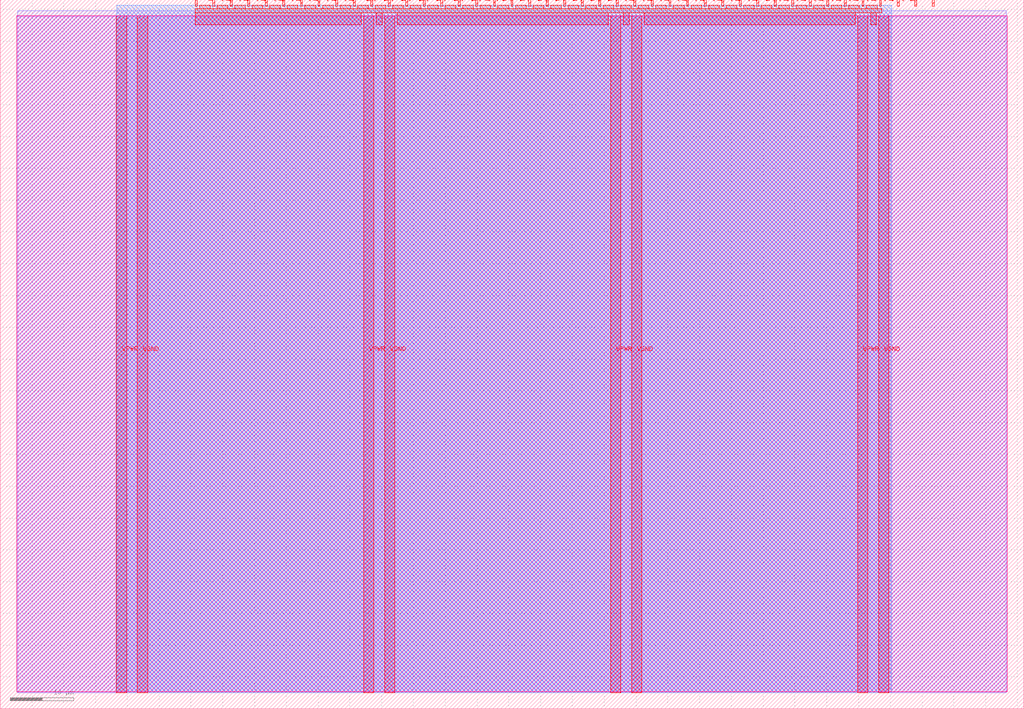
<source format=lef>
VERSION 5.7 ;
  NOWIREEXTENSIONATPIN ON ;
  DIVIDERCHAR "/" ;
  BUSBITCHARS "[]" ;
MACRO tt_um_wokwi_414120569974735873
  CLASS BLOCK ;
  FOREIGN tt_um_wokwi_414120569974735873 ;
  ORIGIN 0.000 0.000 ;
  SIZE 161.000 BY 111.520 ;
  PIN VGND
    DIRECTION INOUT ;
    USE GROUND ;
    PORT
      LAYER met4 ;
        RECT 21.580 2.480 23.180 109.040 ;
    END
    PORT
      LAYER met4 ;
        RECT 60.450 2.480 62.050 109.040 ;
    END
    PORT
      LAYER met4 ;
        RECT 99.320 2.480 100.920 109.040 ;
    END
    PORT
      LAYER met4 ;
        RECT 138.190 2.480 139.790 109.040 ;
    END
  END VGND
  PIN VPWR
    DIRECTION INOUT ;
    USE POWER ;
    PORT
      LAYER met4 ;
        RECT 18.280 2.480 19.880 109.040 ;
    END
    PORT
      LAYER met4 ;
        RECT 57.150 2.480 58.750 109.040 ;
    END
    PORT
      LAYER met4 ;
        RECT 96.020 2.480 97.620 109.040 ;
    END
    PORT
      LAYER met4 ;
        RECT 134.890 2.480 136.490 109.040 ;
    END
  END VPWR
  PIN clk
    DIRECTION INPUT ;
    USE SIGNAL ;
    PORT
      LAYER met4 ;
        RECT 143.830 110.520 144.130 111.520 ;
    END
  END clk
  PIN ena
    DIRECTION INPUT ;
    USE SIGNAL ;
    PORT
      LAYER met4 ;
        RECT 146.590 110.520 146.890 111.520 ;
    END
  END ena
  PIN rst_n
    DIRECTION INPUT ;
    USE SIGNAL ;
    PORT
      LAYER met4 ;
        RECT 141.070 110.520 141.370 111.520 ;
    END
  END rst_n
  PIN ui_in[0]
    DIRECTION INPUT ;
    USE SIGNAL ;
    ANTENNAGATEAREA 0.196500 ;
    PORT
      LAYER met4 ;
        RECT 138.310 110.520 138.610 111.520 ;
    END
  END ui_in[0]
  PIN ui_in[1]
    DIRECTION INPUT ;
    USE SIGNAL ;
    ANTENNAGATEAREA 0.196500 ;
    PORT
      LAYER met4 ;
        RECT 135.550 110.520 135.850 111.520 ;
    END
  END ui_in[1]
  PIN ui_in[2]
    DIRECTION INPUT ;
    USE SIGNAL ;
    ANTENNAGATEAREA 0.196500 ;
    PORT
      LAYER met4 ;
        RECT 132.790 110.520 133.090 111.520 ;
    END
  END ui_in[2]
  PIN ui_in[3]
    DIRECTION INPUT ;
    USE SIGNAL ;
    ANTENNAGATEAREA 0.159000 ;
    PORT
      LAYER met4 ;
        RECT 130.030 110.520 130.330 111.520 ;
    END
  END ui_in[3]
  PIN ui_in[4]
    DIRECTION INPUT ;
    USE SIGNAL ;
    ANTENNAGATEAREA 0.159000 ;
    PORT
      LAYER met4 ;
        RECT 127.270 110.520 127.570 111.520 ;
    END
  END ui_in[4]
  PIN ui_in[5]
    DIRECTION INPUT ;
    USE SIGNAL ;
    ANTENNAGATEAREA 0.159000 ;
    PORT
      LAYER met4 ;
        RECT 124.510 110.520 124.810 111.520 ;
    END
  END ui_in[5]
  PIN ui_in[6]
    DIRECTION INPUT ;
    USE SIGNAL ;
    ANTENNAGATEAREA 0.159000 ;
    PORT
      LAYER met4 ;
        RECT 121.750 110.520 122.050 111.520 ;
    END
  END ui_in[6]
  PIN ui_in[7]
    DIRECTION INPUT ;
    USE SIGNAL ;
    ANTENNAGATEAREA 0.159000 ;
    PORT
      LAYER met4 ;
        RECT 118.990 110.520 119.290 111.520 ;
    END
  END ui_in[7]
  PIN uio_in[0]
    DIRECTION INPUT ;
    USE SIGNAL ;
    PORT
      LAYER met4 ;
        RECT 116.230 110.520 116.530 111.520 ;
    END
  END uio_in[0]
  PIN uio_in[1]
    DIRECTION INPUT ;
    USE SIGNAL ;
    PORT
      LAYER met4 ;
        RECT 113.470 110.520 113.770 111.520 ;
    END
  END uio_in[1]
  PIN uio_in[2]
    DIRECTION INPUT ;
    USE SIGNAL ;
    PORT
      LAYER met4 ;
        RECT 110.710 110.520 111.010 111.520 ;
    END
  END uio_in[2]
  PIN uio_in[3]
    DIRECTION INPUT ;
    USE SIGNAL ;
    PORT
      LAYER met4 ;
        RECT 107.950 110.520 108.250 111.520 ;
    END
  END uio_in[3]
  PIN uio_in[4]
    DIRECTION INPUT ;
    USE SIGNAL ;
    PORT
      LAYER met4 ;
        RECT 105.190 110.520 105.490 111.520 ;
    END
  END uio_in[4]
  PIN uio_in[5]
    DIRECTION INPUT ;
    USE SIGNAL ;
    PORT
      LAYER met4 ;
        RECT 102.430 110.520 102.730 111.520 ;
    END
  END uio_in[5]
  PIN uio_in[6]
    DIRECTION INPUT ;
    USE SIGNAL ;
    PORT
      LAYER met4 ;
        RECT 99.670 110.520 99.970 111.520 ;
    END
  END uio_in[6]
  PIN uio_in[7]
    DIRECTION INPUT ;
    USE SIGNAL ;
    PORT
      LAYER met4 ;
        RECT 96.910 110.520 97.210 111.520 ;
    END
  END uio_in[7]
  PIN uio_oe[0]
    DIRECTION OUTPUT ;
    USE SIGNAL ;
    PORT
      LAYER met4 ;
        RECT 49.990 110.520 50.290 111.520 ;
    END
  END uio_oe[0]
  PIN uio_oe[1]
    DIRECTION OUTPUT ;
    USE SIGNAL ;
    PORT
      LAYER met4 ;
        RECT 47.230 110.520 47.530 111.520 ;
    END
  END uio_oe[1]
  PIN uio_oe[2]
    DIRECTION OUTPUT ;
    USE SIGNAL ;
    PORT
      LAYER met4 ;
        RECT 44.470 110.520 44.770 111.520 ;
    END
  END uio_oe[2]
  PIN uio_oe[3]
    DIRECTION OUTPUT ;
    USE SIGNAL ;
    PORT
      LAYER met4 ;
        RECT 41.710 110.520 42.010 111.520 ;
    END
  END uio_oe[3]
  PIN uio_oe[4]
    DIRECTION OUTPUT ;
    USE SIGNAL ;
    PORT
      LAYER met4 ;
        RECT 38.950 110.520 39.250 111.520 ;
    END
  END uio_oe[4]
  PIN uio_oe[5]
    DIRECTION OUTPUT ;
    USE SIGNAL ;
    PORT
      LAYER met4 ;
        RECT 36.190 110.520 36.490 111.520 ;
    END
  END uio_oe[5]
  PIN uio_oe[6]
    DIRECTION OUTPUT ;
    USE SIGNAL ;
    PORT
      LAYER met4 ;
        RECT 33.430 110.520 33.730 111.520 ;
    END
  END uio_oe[6]
  PIN uio_oe[7]
    DIRECTION OUTPUT ;
    USE SIGNAL ;
    PORT
      LAYER met4 ;
        RECT 30.670 110.520 30.970 111.520 ;
    END
  END uio_oe[7]
  PIN uio_out[0]
    DIRECTION OUTPUT ;
    USE SIGNAL ;
    PORT
      LAYER met4 ;
        RECT 72.070 110.520 72.370 111.520 ;
    END
  END uio_out[0]
  PIN uio_out[1]
    DIRECTION OUTPUT ;
    USE SIGNAL ;
    PORT
      LAYER met4 ;
        RECT 69.310 110.520 69.610 111.520 ;
    END
  END uio_out[1]
  PIN uio_out[2]
    DIRECTION OUTPUT ;
    USE SIGNAL ;
    PORT
      LAYER met4 ;
        RECT 66.550 110.520 66.850 111.520 ;
    END
  END uio_out[2]
  PIN uio_out[3]
    DIRECTION OUTPUT ;
    USE SIGNAL ;
    PORT
      LAYER met4 ;
        RECT 63.790 110.520 64.090 111.520 ;
    END
  END uio_out[3]
  PIN uio_out[4]
    DIRECTION OUTPUT ;
    USE SIGNAL ;
    PORT
      LAYER met4 ;
        RECT 61.030 110.520 61.330 111.520 ;
    END
  END uio_out[4]
  PIN uio_out[5]
    DIRECTION OUTPUT ;
    USE SIGNAL ;
    PORT
      LAYER met4 ;
        RECT 58.270 110.520 58.570 111.520 ;
    END
  END uio_out[5]
  PIN uio_out[6]
    DIRECTION OUTPUT ;
    USE SIGNAL ;
    PORT
      LAYER met4 ;
        RECT 55.510 110.520 55.810 111.520 ;
    END
  END uio_out[6]
  PIN uio_out[7]
    DIRECTION OUTPUT ;
    USE SIGNAL ;
    PORT
      LAYER met4 ;
        RECT 52.750 110.520 53.050 111.520 ;
    END
  END uio_out[7]
  PIN uo_out[0]
    DIRECTION OUTPUT ;
    USE SIGNAL ;
    ANTENNADIFFAREA 0.795200 ;
    PORT
      LAYER met4 ;
        RECT 94.150 110.520 94.450 111.520 ;
    END
  END uo_out[0]
  PIN uo_out[1]
    DIRECTION OUTPUT ;
    USE SIGNAL ;
    ANTENNADIFFAREA 0.795200 ;
    PORT
      LAYER met4 ;
        RECT 91.390 110.520 91.690 111.520 ;
    END
  END uo_out[1]
  PIN uo_out[2]
    DIRECTION OUTPUT ;
    USE SIGNAL ;
    PORT
      LAYER met4 ;
        RECT 88.630 110.520 88.930 111.520 ;
    END
  END uo_out[2]
  PIN uo_out[3]
    DIRECTION OUTPUT ;
    USE SIGNAL ;
    ANTENNADIFFAREA 0.445500 ;
    PORT
      LAYER met4 ;
        RECT 85.870 110.520 86.170 111.520 ;
    END
  END uo_out[3]
  PIN uo_out[4]
    DIRECTION OUTPUT ;
    USE SIGNAL ;
    ANTENNADIFFAREA 0.445500 ;
    PORT
      LAYER met4 ;
        RECT 83.110 110.520 83.410 111.520 ;
    END
  END uo_out[4]
  PIN uo_out[5]
    DIRECTION OUTPUT ;
    USE SIGNAL ;
    ANTENNADIFFAREA 0.445500 ;
    PORT
      LAYER met4 ;
        RECT 80.350 110.520 80.650 111.520 ;
    END
  END uo_out[5]
  PIN uo_out[6]
    DIRECTION OUTPUT ;
    USE SIGNAL ;
    ANTENNADIFFAREA 0.445500 ;
    PORT
      LAYER met4 ;
        RECT 77.590 110.520 77.890 111.520 ;
    END
  END uo_out[6]
  PIN uo_out[7]
    DIRECTION OUTPUT ;
    USE SIGNAL ;
    ANTENNADIFFAREA 0.445500 ;
    PORT
      LAYER met4 ;
        RECT 74.830 110.520 75.130 111.520 ;
    END
  END uo_out[7]
  OBS
      LAYER nwell ;
        RECT 2.570 2.635 158.430 108.990 ;
      LAYER li1 ;
        RECT 2.760 2.635 158.240 108.885 ;
      LAYER met1 ;
        RECT 2.760 2.480 158.240 109.780 ;
      LAYER met2 ;
        RECT 18.310 2.535 140.210 110.685 ;
      LAYER met3 ;
        RECT 18.290 2.555 140.235 110.665 ;
      LAYER met4 ;
        RECT 31.370 110.120 33.030 110.665 ;
        RECT 34.130 110.120 35.790 110.665 ;
        RECT 36.890 110.120 38.550 110.665 ;
        RECT 39.650 110.120 41.310 110.665 ;
        RECT 42.410 110.120 44.070 110.665 ;
        RECT 45.170 110.120 46.830 110.665 ;
        RECT 47.930 110.120 49.590 110.665 ;
        RECT 50.690 110.120 52.350 110.665 ;
        RECT 53.450 110.120 55.110 110.665 ;
        RECT 56.210 110.120 57.870 110.665 ;
        RECT 58.970 110.120 60.630 110.665 ;
        RECT 61.730 110.120 63.390 110.665 ;
        RECT 64.490 110.120 66.150 110.665 ;
        RECT 67.250 110.120 68.910 110.665 ;
        RECT 70.010 110.120 71.670 110.665 ;
        RECT 72.770 110.120 74.430 110.665 ;
        RECT 75.530 110.120 77.190 110.665 ;
        RECT 78.290 110.120 79.950 110.665 ;
        RECT 81.050 110.120 82.710 110.665 ;
        RECT 83.810 110.120 85.470 110.665 ;
        RECT 86.570 110.120 88.230 110.665 ;
        RECT 89.330 110.120 90.990 110.665 ;
        RECT 92.090 110.120 93.750 110.665 ;
        RECT 94.850 110.120 96.510 110.665 ;
        RECT 97.610 110.120 99.270 110.665 ;
        RECT 100.370 110.120 102.030 110.665 ;
        RECT 103.130 110.120 104.790 110.665 ;
        RECT 105.890 110.120 107.550 110.665 ;
        RECT 108.650 110.120 110.310 110.665 ;
        RECT 111.410 110.120 113.070 110.665 ;
        RECT 114.170 110.120 115.830 110.665 ;
        RECT 116.930 110.120 118.590 110.665 ;
        RECT 119.690 110.120 121.350 110.665 ;
        RECT 122.450 110.120 124.110 110.665 ;
        RECT 125.210 110.120 126.870 110.665 ;
        RECT 127.970 110.120 129.630 110.665 ;
        RECT 130.730 110.120 132.390 110.665 ;
        RECT 133.490 110.120 135.150 110.665 ;
        RECT 136.250 110.120 137.910 110.665 ;
        RECT 30.655 109.440 138.625 110.120 ;
        RECT 30.655 107.615 56.750 109.440 ;
        RECT 59.150 107.615 60.050 109.440 ;
        RECT 62.450 107.615 95.620 109.440 ;
        RECT 98.020 107.615 98.920 109.440 ;
        RECT 101.320 107.615 134.490 109.440 ;
        RECT 136.890 107.615 137.790 109.440 ;
  END
END tt_um_wokwi_414120569974735873
END LIBRARY


</source>
